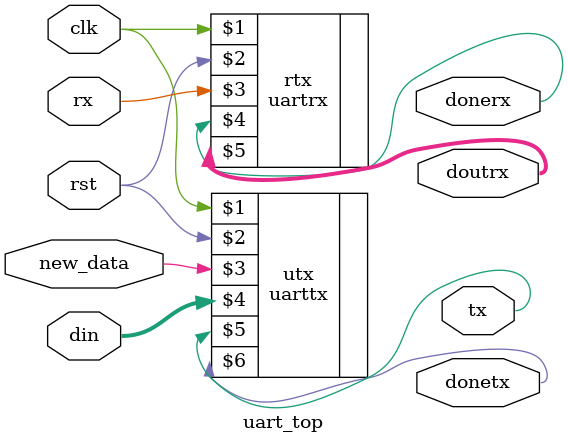
<source format=sv>
`timescale 1ns / 1ps


module uart_top #( parameter clk_freq = 10000000, baud_rate = 9600 )
(input clk,rst,rx, input [7:0] din, input new_data, output tx,donetx, donerx, output [7:0] doutrx );

uarttx #(clk_freq,baud_rate) utx (clk,rst,new_data,din,tx,donetx);

uartrx #(clk_freq,baud_rate) rtx (clk,rst,rx,donerx,doutrx);



endmodule

</source>
